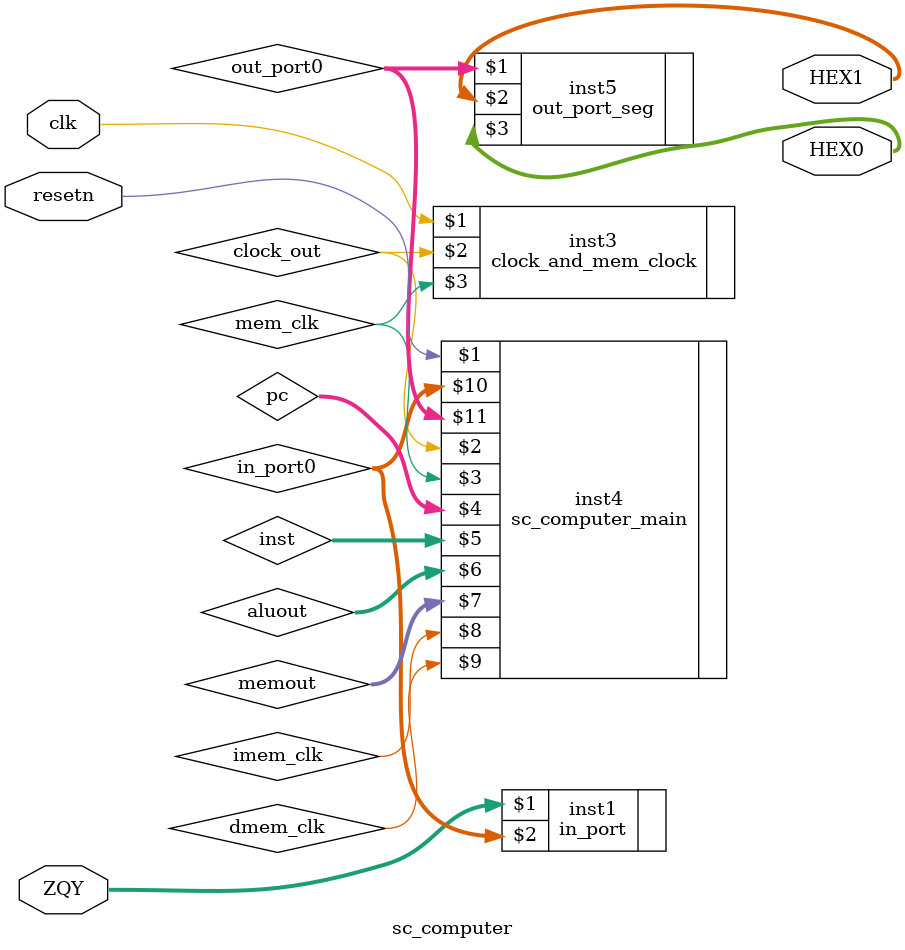
<source format=v>
module sc_computer (resetn, clk, ZQY, HEX0, HEX1);
    // 第一行对应一些接线，第二行对应 I/O 接口
   
    input resetn, clk;
    input [31: 0] ZQY;

    output  [6: 0]      HEX0, HEX1;

    wire    [31: 0]     pc, inst, aluout, memout;
    wire                imem_clk, dmem_clk;
    wire    [31: 0]     data;
    wire                wmem; 
    wire                clock_out, mem_clk;
    wire    [31: 0]     in_port0;
    wire    [31: 0]     out_port0;

    in_port             inst1(ZQY, in_port0);

    clock_and_mem_clock inst3(clk, clock_out, mem_clk);
    // clock_and_mem_clock(main_clk, clock_out, mem_clk);

    sc_computer_main    inst4(resetn, clock_out, mem_clk, pc, inst, aluout, memout, imem_clk, dmem_clk, 
                                in_port0, out_port0);
    // sc_computer_main (resetn, clock, mem_clk, pc, inst, aluout, memout, imem_clk, dmem_clk, 
    // in_port0, in_port1, out_port0, out_port1, out_port2, 
    // mem_dataout, io_read_data);

    out_port_seg        inst5(out_port0, HEX1, HEX0);
    // out_port_seg(data_in, led_out_ten, led_out_mod);

endmodule

// Connected to dangling logic. Logic that only feeds a dangling port will be removed.

</source>
